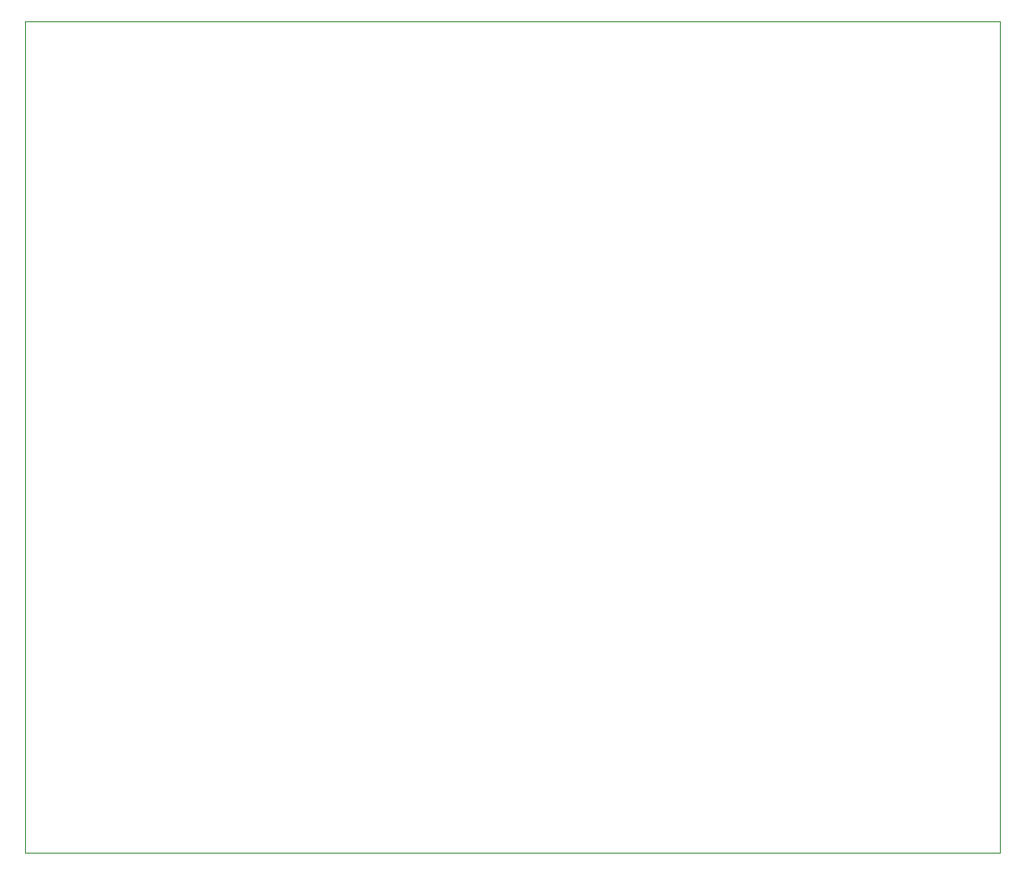
<source format=gbr>
%TF.GenerationSoftware,KiCad,Pcbnew,9.0.3*%
%TF.CreationDate,2025-08-16T14:39:39+02:00*%
%TF.ProjectId,pico-gps-spedometer,7069636f-2d67-4707-932d-737065646f6d,rev?*%
%TF.SameCoordinates,Original*%
%TF.FileFunction,Profile,NP*%
%FSLAX46Y46*%
G04 Gerber Fmt 4.6, Leading zero omitted, Abs format (unit mm)*
G04 Created by KiCad (PCBNEW 9.0.3) date 2025-08-16 14:39:39*
%MOMM*%
%LPD*%
G01*
G04 APERTURE LIST*
%TA.AperFunction,Profile*%
%ADD10C,0.050000*%
%TD*%
G04 APERTURE END LIST*
D10*
X52250000Y-22500000D02*
X141250000Y-22500000D01*
X141250000Y-98500000D01*
X52250000Y-98500000D01*
X52250000Y-22500000D01*
M02*

</source>
